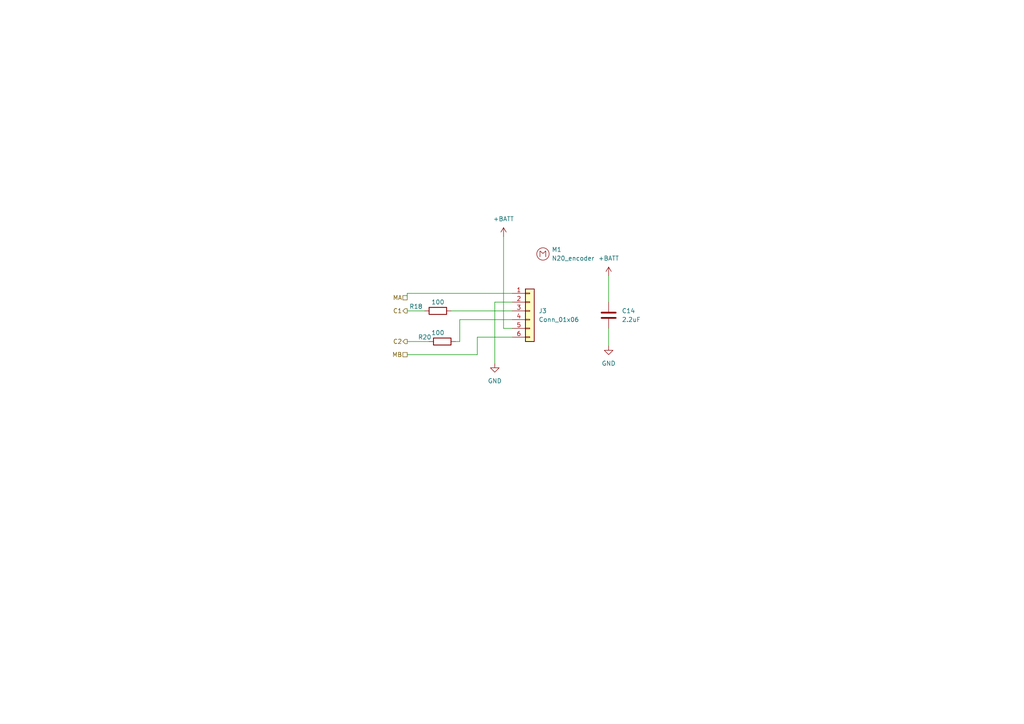
<source format=kicad_sch>
(kicad_sch (version 20230121) (generator eeschema)
  (paper "A4")
  (lib_symbols
    (symbol "Connector_Generic:Conn_01x06" (pin_names (offset 1.016) hide)
      (property "Reference" "J" (at 0 7.62 0))
      (property "Value" "Conn_01x06" (at 0 -10.16 0))
      (symbol "Conn_01x06_1_1"
        (rectangle (start -1.27 -7.493) (end 0 -7.747) (stroke (width 0.1524)))
        (rectangle (start -1.27 -4.953) (end 0 -5.207) (stroke (width 0.1524)))
        (rectangle (start -1.27 -2.413) (end 0 -2.667) (stroke (width 0.1524)))
        (rectangle (start -1.27 0.127) (end 0 -0.127) (stroke (width 0.1524)))
        (rectangle (start -1.27 2.667) (end 0 2.413) (stroke (width 0.1524)))
        (rectangle (start -1.27 5.207) (end 0 4.953) (stroke (width 0.1524)))
        (rectangle (start -1.27 6.35) (end 1.27 -8.89) (stroke (width 0.254)) (fill (type background)))
        (pin passive line (at -5.08 5.08 0) (length 3.81) (name "Pin_1") (number "1"))
        (pin passive line (at -5.08 2.54 0) (length 3.81) (name "Pin_2") (number "2"))
        (pin passive line (at -5.08 0 0) (length 3.81) (name "Pin_3") (number "3"))
        (pin passive line (at -5.08 -2.54 0) (length 3.81) (name "Pin_4") (number "4"))
        (pin passive line (at -5.08 -5.08 0) (length 3.81) (name "Pin_5") (number "5"))
        (pin passive line (at -5.08 -7.62 0) (length 3.81) (name "Pin_6") (number "6"))
      )
    )
    (symbol "Device:C" (pin_numbers hide) (pin_names (offset 0.254))
      (property "Reference" "C" (at 0.635 2.54 0))
      (property "Value" "C" (at 0.635 -2.54 0))
      (symbol "C_0_1"
        (polyline (pts (xy -2.032 -0.762) (xy 2.032 -0.762)) (stroke (width 0.508)))
        (polyline (pts (xy -2.032 0.762) (xy 2.032 0.762)) (stroke (width 0.508)))
      )
      (symbol "C_1_1"
        (pin passive line (at 0 3.81 270) (length 2.794) (name "~") (number "1"))
        (pin passive line (at 0 -3.81 90) (length 2.794) (name "~") (number "2"))
      )
    )
    (symbol "Device:R" (pin_numbers hide) (pin_names (offset 0))
      (property "Reference" "R" (at 2.032 0 90))
      (property "Value" "R" (at 0 0 90))
      (symbol "R_0_1"
        (rectangle (start -1.016 -2.54) (end 1.016 2.54) (stroke (width 0.254)))
      )
      (symbol "R_1_1"
        (pin passive line (at 0 3.81 270) (length 1.27) (name "~") (number "1"))
        (pin passive line (at 0 -3.81 90) (length 1.27) (name "~") (number "2"))
      )
    )
    (symbol "minimouse:N20_w_encoder"
      (property "Reference" "M" (at -8.89 1.27 0))
      (property "Value" "N20_encoder" (at 0 -2.54 0))
      (symbol "N20_w_encoder_0_1"
        (polyline (pts (xy -0.8636 -0.8128) (xy -0.8636 0.8636) (xy 0 0.1524) (xy 0.8128 0.8636) (xy 0.8128 -0.8128)))
        (circle (center 0 0) (radius 1.7961))
      )
    )
    (symbol "power:+BATT" (power) (pin_names (offset 0))
      (property "Value" "+BATT" (at 0 3.556 0))
      (symbol "+BATT_0_1"
        (polyline (pts (xy -0.762 1.27) (xy 0 2.54)))
        (polyline (pts (xy 0 0) (xy 0 2.54)))
        (polyline (pts (xy 0 2.54) (xy 0.762 1.27)))
      )
      (symbol "+BATT_1_1"
        (pin power_in line (at 0 0 90) (length 0) hide (name "+BATT") (number "1"))
      )
    )
    (symbol "power:GND" (power) (pin_names (offset 0))
      (property "Value" "GND" (at 0 -3.81 0))
      (symbol "GND_0_1"
        (polyline (pts (xy 0 0) (xy 0 -1.27) (xy 1.27 -1.27) (xy 0 -2.54) (xy -1.27 -1.27) (xy 0 -1.27)))
      )
      (symbol "GND_1_1"
        (pin power_in line (at 0 0 270) (length 0) hide (name "GND") (number "1"))
      )
    )
  )
  (wire (pts (xy 143.51 87.63) (xy 143.51 105.41)))
  (wire (pts (xy 118.11 90.17) (xy 123.19 90.17)))
  (wire (pts (xy 133.35 99.06) (xy 132.08 99.06)))
  (wire (pts (xy 176.53 95.25) (xy 176.53 100.33)))
  (wire (pts (xy 133.35 92.71) (xy 148.59 92.71)))
  (wire (pts (xy 148.59 95.25) (xy 146.05 95.25)))
  (wire (pts (xy 118.11 85.09) (xy 118.11 86.36)))
  (wire (pts (xy 146.05 68.58) (xy 146.05 95.25)))
  (wire (pts (xy 133.35 92.71) (xy 133.35 99.06)))
  (wire (pts (xy 148.59 97.79) (xy 138.43 97.79)))
  (wire (pts (xy 138.43 97.79) (xy 138.43 102.87)))
  (wire (pts (xy 148.59 87.63) (xy 143.51 87.63)))
  (wire (pts (xy 118.11 99.06) (xy 124.46 99.06)))
  (wire (pts (xy 176.53 80.01) (xy 176.53 87.63)))
  (wire (pts (xy 138.43 102.87) (xy 118.11 102.87)))
  (wire (pts (xy 130.81 90.17) (xy 148.59 90.17)))
  (wire (pts (xy 148.59 85.09) (xy 118.11 85.09)))
  (hierarchical_label "C1" (shape output) (at 118.11 90.17 180))
  (hierarchical_label "C2" (shape output) (at 118.11 99.06 180))
  (hierarchical_label "MB" (shape passive) (at 118.11 102.87 180))
  (hierarchical_label "MA" (shape passive) (at 118.11 86.36 180))
  (symbol (lib_id "Device:R") (at 128.27 99.06 270) (unit 1)
    (property "Reference" "R20" (at 123.19 97.79 90))
    (property "Value" "100" (at 127 96.52 90))
    (property "Footprint" "Resistor_SMD:R_0603_1608Metric" (effects hide))
    (instances (project "minimouse" (path "" (reference "R20") (unit 1)) (path "" (reference "R21") (unit 1))))
  )
  (symbol (lib_id "Device:R") (at 127 90.17 270) (unit 1)
    (property "Reference" "R18" (at 120.65 88.9 90))
    (property "Value" "100" (at 127 87.63 90))
    (property "Footprint" "Resistor_SMD:R_0603_1608Metric" (effects hide))
    (instances (project "minimouse" (path "" (reference "R18") (unit 1)) (path "" (reference "R19") (unit 1))))
  )
  (symbol (lib_id "power:+BATT") (at 176.53 80.01 0) (unit 1)
    (property "Reference" "#PWR029" (effects hide))
    (property "Value" "+BATT" (at 176.53 74.93 0))
    (instances (project "minimouse" (path "" (reference "#PWR029") (unit 1)) (path "" (reference "#PWR030") (unit 1))))
  )
  (symbol (lib_id "minimouse:N20_w_encoder") (at 157.48 73.66 0) (unit 1)
    (property "Reference" "M1" (at 160.02 72.39 0) (effects (justify left)))
    (property "Value" "N20_encoder" (at 160.02 74.93 0) (effects (justify left)))
    (property "Footprint" "minimouse:N20_with_encoder" (effects hide))
    (instances (project "minimouse" (path "" (reference "M1") (unit 1)) (path "" (reference "M3") (unit 1))))
  )
  (symbol (lib_id "Device:C") (at 176.53 91.44 0) (unit 1)
    (property "Reference" "C14" (at 180.34 90.17 0) (effects (justify left)))
    (property "Value" "2.2uF" (at 180.34 92.71 0) (effects (justify left)))
    (property "Footprint" "Capacitor_SMD:C_0603_1608Metric" (effects hide))
    (instances (project "minimouse" (path "" (reference "C14") (unit 1)) (path "" (reference "C15") (unit 1))))
  )
  (symbol (lib_id "power:GND") (at 143.51 105.41 0) (unit 1)
    (property "Reference" "#PWR023" (effects hide))
    (property "Value" "GND" (at 143.51 110.49 0))
    (instances (project "minimouse" (path "" (reference "#PWR023") (unit 1)) (path "" (reference "#PWR024") (unit 1))))
  )
  (symbol (lib_id "Connector_Generic:Conn_01x06") (at 153.67 90.17 0) (unit 1)
    (property "Reference" "J3" (at 156.21 90.17 0) (effects (justify left)))
    (property "Value" "Conn_01x06" (at 156.21 92.71 0) (effects (justify left)))
    (property "Footprint" "Connector_PinHeader_2.54mm:PinHeader_1x06_P2.54mm_Vertical" (effects hide))
    (instances (project "minimouse" (path "" (reference "J3") (unit 1)) (path "" (reference "J4") (unit 1))))
  )
  (symbol (lib_id "power:+BATT") (at 146.05 68.58 0) (unit 1)
    (property "Reference" "#PWR025" (effects hide))
    (property "Value" "+BATT" (at 146.05 63.5 0))
    (instances (project "minimouse" (path "" (reference "#PWR025") (unit 1)) (path "" (reference "#PWR026") (unit 1))))
  )
  (symbol (lib_id "power:GND") (at 176.53 100.33 0) (unit 1)
    (property "Reference" "#PWR027" (effects hide))
    (property "Value" "GND" (at 176.53 105.41 0))
    (instances (project "minimouse" (path "" (reference "#PWR027") (unit 1)) (path "" (reference "#PWR028") (unit 1))))
  )
)
</source>
